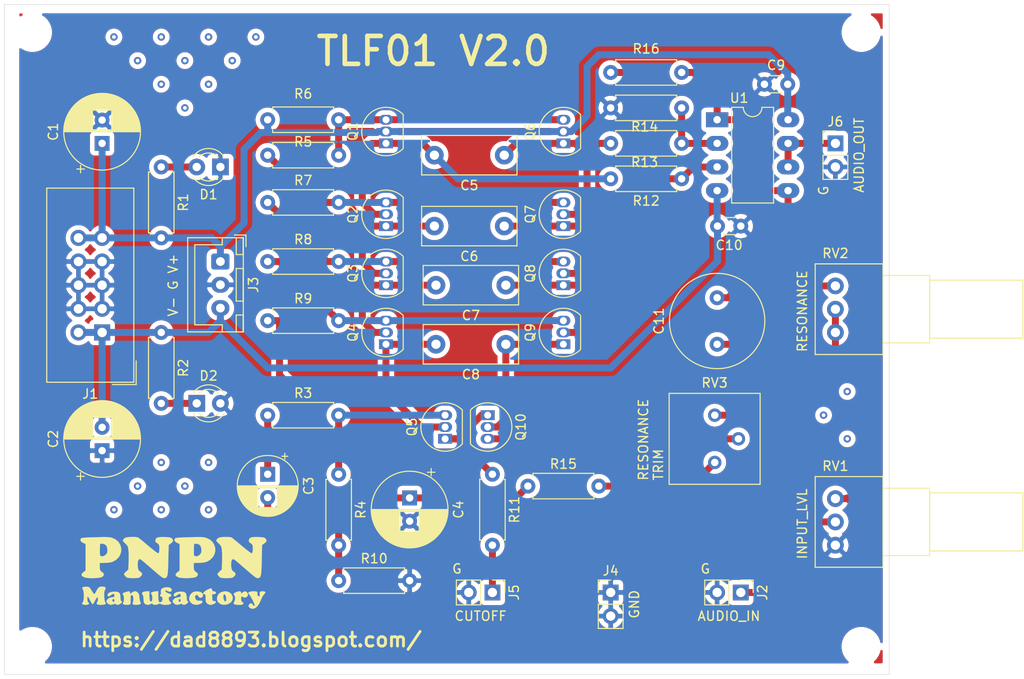
<source format=kicad_pcb>
(kicad_pcb (version 20171130) (host pcbnew "(5.1.4)-1")
  (title_block (date 2020-05-04))
  (layers (0 F.Cu signal) (31 B.Cu signal) (34 B.Paste user) (35 F.Paste user) (36 B.SilkS user) (37 F.SilkS user) (38 B.Mask user) (39 F.Mask user) (44 Edge.Cuts user))
  (net 0 "")
  (net 1 GND)
  (net 2 +12V)
  (net 3 -12V)
  (net 4 "Net-(C3-Pad2)")
  (net 5 "Net-(C3-Pad1)")
  (net 6 "Net-(C4-Pad1)")
  (net 7 "Net-(C5-Pad2)")
  (net 8 "Net-(C5-Pad1)")
  (net 9 "Net-(C6-Pad2)")
  (net 10 "Net-(C6-Pad1)")
  (net 11 "Net-(C7-Pad2)")
  (net 12 "Net-(C7-Pad1)")
  (net 13 "Net-(C8-Pad2)")
  (net 14 "Net-(C8-Pad1)")
  (net 15 "Net-(C11-Pad2)")
  (net 16 "Net-(C11-Pad1)")
  (net 17 "Net-(D1-Pad2)")
  (net 18 "Net-(D2-Pad1)")
  (net 19 "Net-(J5-Pad1)")
  (net 20 "Net-(J6-Pad1)")
  (net 21 "Net-(Q1-Pad3)")
  (net 22 "Net-(Q2-Pad3)")
  (net 23 "Net-(Q3-Pad3)")
  (net 24 "Net-(Q4-Pad3)")
  (net 25 "Net-(Q10-Pad1)")
  (net 26 "Net-(Q5-Pad3)")
  (net 27 "Net-(Q10-Pad3)")
  (net 28 "Net-(R12-Pad1)")
  (net 29 "Net-(R13-Pad2)")
  (net 30 "Net-(R15-Pad2)")
  (net 31 "Net-(J2-Pad1)")
  (net 32 "Net-(RV2-Pad1)")
  (module Connector_JST:JST_XH_B3B-XH-A_1x03_P2.50mm_Vertical (layer F.Cu) (at 123.19 87.63 270)
    (fp_text reference J3 (at 2.5 -3.55 90) (layer F.SilkS))
    (fp_text value EXT_PWR)
    (pad 3 thru_hole oval (at 5 0 270) (size 1.7 1.95) (drill 0.95) (layers *.Cu *.Mask) (net 3 -12V))
    (pad 2 thru_hole oval (at 2.5 0 270) (size 1.7 1.95) (drill 0.95) (layers *.Cu *.Mask) (net 1 GND))
    (pad 1 thru_hole roundrect (at 0 0 270) (size 1.7 1.95) (drill 0.95) (layers *.Cu *.Mask) (roundrect_rratio 0.147059) (net 2 +12V))
  )
  (module myfootprint:Silk_PNPN_Manufactory_400dpi (layer F.Cu) (at 118.11 120.65)
    (fp_text reference G*** hide)
    (fp_text value LOGO hide)
  )
  (module Package_TO_SOT_THT:TO-92_Inline (layer F.Cu) (at 151.892 104.14 270)
    (fp_text reference Q10 (at 1.27 -3.56 90) (layer F.SilkS))
    (fp_text value 2SC1815)
    (pad 1 thru_hole rect (at 0 0 270) (size 1.05 1.5) (drill 0.75) (layers *.Cu *.Mask) (net 25 "Net-(Q10-Pad1)"))
    (pad 3 thru_hole oval (at 2.54 0 270) (size 1.05 1.5) (drill 0.75) (layers *.Cu *.Mask) (net 27 "Net-(Q10-Pad3)"))
    (pad 2 thru_hole oval (at 1.27 0 270) (size 1.05 1.5) (drill 0.75) (layers *.Cu *.Mask) (net 14 "Net-(C8-Pad1)"))
  )
  (module Package_TO_SOT_THT:TO-92_Inline (layer F.Cu) (at 160.02 96.52 90)
    (fp_text reference Q9 (at 1.27 -3.56 90) (layer F.SilkS))
    (fp_text value 2SC1815)
    (pad 1 thru_hole rect (at 0 0 90) (size 1.05 1.5) (drill 0.75) (layers *.Cu *.Mask) (net 14 "Net-(C8-Pad1)"))
    (pad 3 thru_hole oval (at 2.54 0 90) (size 1.05 1.5) (drill 0.75) (layers *.Cu *.Mask) (net 24 "Net-(Q4-Pad3)"))
    (pad 2 thru_hole oval (at 1.27 0 90) (size 1.05 1.5) (drill 0.75) (layers *.Cu *.Mask) (net 12 "Net-(C7-Pad1)"))
  )
  (module Package_TO_SOT_THT:TO-92_Inline (layer F.Cu) (at 160.02 90.17 90)
    (fp_text reference Q8 (at 1.27 -3.56 90) (layer F.SilkS))
    (fp_text value 2SC1815)
    (pad 1 thru_hole rect (at 0 0 90) (size 1.05 1.5) (drill 0.75) (layers *.Cu *.Mask) (net 12 "Net-(C7-Pad1)"))
    (pad 3 thru_hole oval (at 2.54 0 90) (size 1.05 1.5) (drill 0.75) (layers *.Cu *.Mask) (net 23 "Net-(Q3-Pad3)"))
    (pad 2 thru_hole oval (at 1.27 0 90) (size 1.05 1.5) (drill 0.75) (layers *.Cu *.Mask) (net 10 "Net-(C6-Pad1)"))
  )
  (module Package_TO_SOT_THT:TO-92_Inline (layer F.Cu) (at 160.02 83.82 90)
    (fp_text reference Q7 (at 1.27 -3.56 90) (layer F.SilkS))
    (fp_text value 2SC1815)
    (pad 1 thru_hole rect (at 0 0 90) (size 1.05 1.5) (drill 0.75) (layers *.Cu *.Mask) (net 10 "Net-(C6-Pad1)"))
    (pad 3 thru_hole oval (at 2.54 0 90) (size 1.05 1.5) (drill 0.75) (layers *.Cu *.Mask) (net 22 "Net-(Q2-Pad3)"))
    (pad 2 thru_hole oval (at 1.27 0 90) (size 1.05 1.5) (drill 0.75) (layers *.Cu *.Mask) (net 8 "Net-(C5-Pad1)"))
  )
  (module Package_TO_SOT_THT:TO-92_Inline (layer F.Cu) (at 160.02 74.93 90)
    (fp_text reference Q6 (at 1.27 -3.56 90) (layer F.SilkS))
    (fp_text value 2SC1815)
    (pad 1 thru_hole rect (at 0 0 90) (size 1.05 1.5) (drill 0.75) (layers *.Cu *.Mask) (net 8 "Net-(C5-Pad1)"))
    (pad 3 thru_hole oval (at 2.54 0 90) (size 1.05 1.5) (drill 0.75) (layers *.Cu *.Mask) (net 21 "Net-(Q1-Pad3)"))
    (pad 2 thru_hole oval (at 1.27 0 90) (size 1.05 1.5) (drill 0.75) (layers *.Cu *.Mask) (net 2 +12V))
  )
  (module Package_TO_SOT_THT:TO-92_Inline (layer F.Cu) (at 147.32 106.68 90)
    (fp_text reference Q5 (at 1.27 -3.56 90) (layer F.SilkS))
    (fp_text value 2SC1815)
    (pad 1 thru_hole rect (at 0 0 90) (size 1.05 1.5) (drill 0.75) (layers *.Cu *.Mask) (net 25 "Net-(Q10-Pad1)"))
    (pad 3 thru_hole oval (at 2.54 0 90) (size 1.05 1.5) (drill 0.75) (layers *.Cu *.Mask) (net 26 "Net-(Q5-Pad3)"))
    (pad 2 thru_hole oval (at 1.27 0 90) (size 1.05 1.5) (drill 0.75) (layers *.Cu *.Mask) (net 13 "Net-(C8-Pad2)"))
  )
  (module Package_TO_SOT_THT:TO-92_Inline (layer F.Cu) (at 140.97 96.52 90)
    (fp_text reference Q4 (at 1.27 -3.56 90) (layer F.SilkS))
    (fp_text value 2SC1815)
    (pad 1 thru_hole rect (at 0 0 90) (size 1.05 1.5) (drill 0.75) (layers *.Cu *.Mask) (net 13 "Net-(C8-Pad2)"))
    (pad 3 thru_hole oval (at 2.54 0 90) (size 1.05 1.5) (drill 0.75) (layers *.Cu *.Mask) (net 24 "Net-(Q4-Pad3)"))
    (pad 2 thru_hole oval (at 1.27 0 90) (size 1.05 1.5) (drill 0.75) (layers *.Cu *.Mask) (net 11 "Net-(C7-Pad2)"))
  )
  (module Package_TO_SOT_THT:TO-92_Inline (layer F.Cu) (at 140.97 90.17 90)
    (fp_text reference Q3 (at 1.27 -3.56 90) (layer F.SilkS))
    (fp_text value 2SC1815)
    (pad 1 thru_hole rect (at 0 0 90) (size 1.05 1.5) (drill 0.75) (layers *.Cu *.Mask) (net 11 "Net-(C7-Pad2)"))
    (pad 3 thru_hole oval (at 2.54 0 90) (size 1.05 1.5) (drill 0.75) (layers *.Cu *.Mask) (net 23 "Net-(Q3-Pad3)"))
    (pad 2 thru_hole oval (at 1.27 0 90) (size 1.05 1.5) (drill 0.75) (layers *.Cu *.Mask) (net 9 "Net-(C6-Pad2)"))
  )
  (module Package_TO_SOT_THT:TO-92_Inline (layer F.Cu) (at 140.97 83.82 90)
    (fp_text reference Q2 (at 1.27 -3.56 90) (layer F.SilkS))
    (fp_text value 2SC1815)
    (pad 1 thru_hole rect (at 0 0 90) (size 1.05 1.5) (drill 0.75) (layers *.Cu *.Mask) (net 9 "Net-(C6-Pad2)"))
    (pad 3 thru_hole oval (at 2.54 0 90) (size 1.05 1.5) (drill 0.75) (layers *.Cu *.Mask) (net 22 "Net-(Q2-Pad3)"))
    (pad 2 thru_hole oval (at 1.27 0 90) (size 1.05 1.5) (drill 0.75) (layers *.Cu *.Mask) (net 7 "Net-(C5-Pad2)"))
  )
  (module Package_TO_SOT_THT:TO-92_Inline (layer F.Cu) (at 140.97 74.93 90)
    (fp_text reference Q1 (at 1.27 -3.56 90) (layer F.SilkS))
    (fp_text value 2SC1815)
    (pad 1 thru_hole rect (at 0 0 90) (size 1.05 1.5) (drill 0.75) (layers *.Cu *.Mask) (net 7 "Net-(C5-Pad2)"))
    (pad 3 thru_hole oval (at 2.54 0 90) (size 1.05 1.5) (drill 0.75) (layers *.Cu *.Mask) (net 21 "Net-(Q1-Pad3)"))
    (pad 2 thru_hole oval (at 1.27 0 90) (size 1.05 1.5) (drill 0.75) (layers *.Cu *.Mask) (net 2 +12V))
  )
  (module Potentiometer_THT:Potentiometer_Alps_RK097_Single_Horizontal (layer F.Cu) (at 189.23 118.11)
    (fp_text reference RV1 (at 0 -8.5) (layer F.SilkS))
    (fp_text value 10k/A)
    (pad 1 thru_hole circle (at 0 0) (size 1.8 1.8) (drill 1) (layers *.Cu *.Mask) (net 1 GND))
    (pad 2 thru_hole circle (at 0 -2.5) (size 1.8 1.8) (drill 1) (layers *.Cu *.Mask) (net 4 "Net-(C3-Pad2)"))
    (pad 3 thru_hole circle (at 0 -5) (size 1.8 1.8) (drill 1) (layers *.Cu *.Mask) (net 31 "Net-(J2-Pad1)"))
  )
  (module Resistor_THT:R_Axial_DIN0207_L6.3mm_D2.5mm_P7.62mm_Horizontal (layer F.Cu) (at 135.89 72.39 180)
    (fp_text reference R5 (at 3.81 -2.37) (layer F.SilkS))
    (fp_text value 220)
    (pad 1 thru_hole circle (at 0 0 180) (size 1.6 1.6) (drill 0.8) (layers *.Cu *.Mask) (net 21 "Net-(Q1-Pad3)"))
    (pad 2 thru_hole oval (at 7.62 0 180) (size 1.6 1.6) (drill 0.8) (layers *.Cu *.Mask) (net 2 +12V))
  )
  (module MountingHole:MountingHole_3.2mm_M3 (layer F.Cu) (at 192 63)
    (fp_text reference H4)
    (fp_text value MountingHole)
    (pad 1 np_thru_hole circle (at 0 0) (size 3.2 3.2) (drill 3.2) (layers *.Cu *.Mask))
  )
  (module MountingHole:MountingHole_3.2mm_M3 (layer F.Cu) (at 192 129)
    (fp_text reference H3)
    (fp_text value MountingHole)
    (pad 1 np_thru_hole circle (at 0 0) (size 3.2 3.2) (drill 3.2) (layers *.Cu *.Mask))
  )
  (module MountingHole:MountingHole_3.2mm_M3 (layer F.Cu) (at 103 129)
    (fp_text reference H2 hide)
    (fp_text value MountingHole)
    (pad 1 np_thru_hole circle (at 0 0) (size 3.2 3.2) (drill 3.2) (layers *.Cu *.Mask))
  )
  (module MountingHole:MountingHole_3.2mm_M3 (layer F.Cu) (at 103 63)
    (fp_text reference H1 hide)
    (fp_text value MountingHole)
    (pad 1 np_thru_hole circle (at 0 0) (size 3.2 3.2) (drill 3.2) (layers *.Cu *.Mask))
  )
  (module Capacitor_THT:C_Radial_D10.0mm_H12.5mm_P5.00mm (layer F.Cu) (at 176.53 96.52 90)
    (fp_text reference C11 (at 2.5 -6.25 90) (layer F.SilkS))
    (fp_text value 10u)
    (pad 1 thru_hole circle (at 0 0 90) (size 1.6 1.6) (drill 0.8) (layers *.Cu *.Mask) (net 16 "Net-(C11-Pad1)"))
    (pad 2 thru_hole circle (at 5 0 90) (size 1.6 1.6) (drill 0.8) (layers *.Cu *.Mask) (net 15 "Net-(C11-Pad2)"))
  )
  (module Package_DIP:DIP-8_W7.62mm_LongPads (layer F.Cu) (at 176.53 72.39)
    (fp_text reference U1 (at 2.37 -2.33) (layer F.SilkS))
    (fp_text value TL072)
    (pad 1 thru_hole rect (at 0 0) (size 2.4 1.6) (drill 0.8) (layers *.Cu *.Mask) (net 15 "Net-(C11-Pad2)"))
    (pad 5 thru_hole oval (at 7.62 7.62) (size 2.4 1.6) (drill 0.8) (layers *.Cu *.Mask) (net 15 "Net-(C11-Pad2)"))
    (pad 2 thru_hole oval (at 0 2.54) (size 2.4 1.6) (drill 0.8) (layers *.Cu *.Mask) (net 29 "Net-(R13-Pad2)"))
    (pad 6 thru_hole oval (at 7.62 5.08) (size 2.4 1.6) (drill 0.8) (layers *.Cu *.Mask) (net 20 "Net-(J6-Pad1)"))
    (pad 3 thru_hole oval (at 0 5.08) (size 2.4 1.6) (drill 0.8) (layers *.Cu *.Mask) (net 28 "Net-(R12-Pad1)"))
    (pad 7 thru_hole oval (at 7.62 2.54) (size 2.4 1.6) (drill 0.8) (layers *.Cu *.Mask) (net 20 "Net-(J6-Pad1)"))
    (pad 4 thru_hole oval (at 0 7.62) (size 2.4 1.6) (drill 0.8) (layers *.Cu *.Mask) (net 3 -12V))
    (pad 8 thru_hole oval (at 7.62 0) (size 2.4 1.6) (drill 0.8) (layers *.Cu *.Mask) (net 2 +12V))
  )
  (module Potentiometer_THT:Potentiometer_Bourns_3386P_Vertical (layer F.Cu) (at 176.276 109.22)
    (fp_text reference RV3 (at -0.015 -8.555) (layer F.SilkS))
    (fp_text value 1k)
    (pad 3 thru_hole circle (at 0 -5.08) (size 1.44 1.44) (drill 0.8) (layers *.Cu *.Mask) (net 32 "Net-(RV2-Pad1)"))
    (pad 2 thru_hole circle (at 2.54 -2.54) (size 1.44 1.44) (drill 0.8) (layers *.Cu *.Mask) (net 27 "Net-(Q10-Pad3)"))
    (pad 1 thru_hole circle (at 0 0) (size 1.44 1.44) (drill 0.8) (layers *.Cu *.Mask) (net 30 "Net-(R15-Pad2)"))
  )
  (module Potentiometer_THT:Potentiometer_Alps_RK097_Single_Horizontal (layer F.Cu) (at 189.23 95.25)
    (fp_text reference RV2 (at 0 -8.5) (layer F.SilkS))
    (fp_text value 50k/B)
    (pad 1 thru_hole circle (at 0 0) (size 1.8 1.8) (drill 1) (layers *.Cu *.Mask) (net 32 "Net-(RV2-Pad1)"))
    (pad 2 thru_hole circle (at 0 -2.5) (size 1.8 1.8) (drill 1) (layers *.Cu *.Mask) (net 32 "Net-(RV2-Pad1)"))
    (pad 3 thru_hole circle (at 0 -5) (size 1.8 1.8) (drill 1) (layers *.Cu *.Mask) (net 16 "Net-(C11-Pad1)"))
  )
  (module Resistor_THT:R_Axial_DIN0207_L6.3mm_D2.5mm_P7.62mm_Horizontal (layer F.Cu) (at 172.72 67.31 180)
    (fp_text reference R16 (at 3.81 2.54) (layer F.SilkS))
    (fp_text value 100k)
    (pad 1 thru_hole circle (at 0 0 180) (size 1.6 1.6) (drill 0.8) (layers *.Cu *.Mask) (net 15 "Net-(C11-Pad2)"))
    (pad 2 thru_hole oval (at 7.62 0 180) (size 1.6 1.6) (drill 0.8) (layers *.Cu *.Mask) (net 28 "Net-(R12-Pad1)"))
  )
  (module Resistor_THT:R_Axial_DIN0207_L6.3mm_D2.5mm_P7.62mm_Horizontal (layer F.Cu) (at 156.21 111.76)
    (fp_text reference R15 (at 3.81 -2.37) (layer F.SilkS))
    (fp_text value 330)
    (pad 1 thru_hole circle (at 0 0) (size 1.6 1.6) (drill 0.8) (layers *.Cu *.Mask) (net 6 "Net-(C4-Pad1)"))
    (pad 2 thru_hole oval (at 7.62 0) (size 1.6 1.6) (drill 0.8) (layers *.Cu *.Mask) (net 30 "Net-(R15-Pad2)"))
  )
  (module Resistor_THT:R_Axial_DIN0207_L6.3mm_D2.5mm_P7.62mm_Horizontal (layer F.Cu) (at 165.1 71.12)
    (fp_text reference R14 (at 3.64 2.032) (layer F.SilkS))
    (fp_text value 100k)
    (pad 1 thru_hole circle (at 0 0) (size 1.6 1.6) (drill 0.8) (layers *.Cu *.Mask) (net 1 GND))
    (pad 2 thru_hole oval (at 7.62 0) (size 1.6 1.6) (drill 0.8) (layers *.Cu *.Mask) (net 29 "Net-(R13-Pad2)"))
  )
  (module Resistor_THT:R_Axial_DIN0207_L6.3mm_D2.5mm_P7.62mm_Horizontal (layer F.Cu) (at 165.1 74.93)
    (fp_text reference R13 (at 3.64 2.032) (layer F.SilkS))
    (fp_text value "1k(C&T)")
    (pad 1 thru_hole circle (at 0 0) (size 1.6 1.6) (drill 0.8) (layers *.Cu *.Mask) (net 8 "Net-(C5-Pad1)"))
    (pad 2 thru_hole oval (at 7.62 0) (size 1.6 1.6) (drill 0.8) (layers *.Cu *.Mask) (net 29 "Net-(R13-Pad2)"))
  )
  (module Resistor_THT:R_Axial_DIN0207_L6.3mm_D2.5mm_P7.62mm_Horizontal (layer F.Cu) (at 172.72 78.74 180)
    (fp_text reference R12 (at 3.81 -2.37) (layer F.SilkS))
    (fp_text value "1k(C&T)")
    (pad 1 thru_hole circle (at 0 0 180) (size 1.6 1.6) (drill 0.8) (layers *.Cu *.Mask) (net 28 "Net-(R12-Pad1)"))
    (pad 2 thru_hole oval (at 7.62 0 180) (size 1.6 1.6) (drill 0.8) (layers *.Cu *.Mask) (net 7 "Net-(C5-Pad2)"))
  )
  (module Resistor_THT:R_Axial_DIN0207_L6.3mm_D2.5mm_P7.62mm_Horizontal (layer F.Cu) (at 152.4 110.49 270)
    (fp_text reference R11 (at 3.81 -2.37 90) (layer F.SilkS))
    (fp_text value 0)
    (pad 1 thru_hole circle (at 0 0 270) (size 1.6 1.6) (drill 0.8) (layers *.Cu *.Mask) (net 25 "Net-(Q10-Pad1)"))
    (pad 2 thru_hole oval (at 7.62 0 270) (size 1.6 1.6) (drill 0.8) (layers *.Cu *.Mask) (net 19 "Net-(J5-Pad1)"))
  )
  (module Resistor_THT:R_Axial_DIN0207_L6.3mm_D2.5mm_P7.62mm_Horizontal (layer F.Cu) (at 135.89 121.92)
    (fp_text reference R10 (at 3.81 -2.37) (layer F.SilkS))
    (fp_text value 200)
    (pad 1 thru_hole circle (at 0 0) (size 1.6 1.6) (drill 0.8) (layers *.Cu *.Mask) (net 6 "Net-(C4-Pad1)"))
    (pad 2 thru_hole oval (at 7.62 0) (size 1.6 1.6) (drill 0.8) (layers *.Cu *.Mask) (net 1 GND))
  )
  (module Resistor_THT:R_Axial_DIN0207_L6.3mm_D2.5mm_P7.62mm_Horizontal (layer F.Cu) (at 128.27 93.98)
    (fp_text reference R9 (at 3.81 -2.37) (layer F.SilkS))
    (fp_text value 150)
    (pad 1 thru_hole circle (at 0 0) (size 1.6 1.6) (drill 0.8) (layers *.Cu *.Mask) (net 6 "Net-(C4-Pad1)"))
    (pad 2 thru_hole oval (at 7.62 0) (size 1.6 1.6) (drill 0.8) (layers *.Cu *.Mask) (net 24 "Net-(Q4-Pad3)"))
  )
  (module Resistor_THT:R_Axial_DIN0207_L6.3mm_D2.5mm_P7.62mm_Horizontal (layer F.Cu) (at 128.27 87.63)
    (fp_text reference R8 (at 3.81 -2.37) (layer F.SilkS))
    (fp_text value 150)
    (pad 1 thru_hole circle (at 0 0) (size 1.6 1.6) (drill 0.8) (layers *.Cu *.Mask) (net 24 "Net-(Q4-Pad3)"))
    (pad 2 thru_hole oval (at 7.62 0) (size 1.6 1.6) (drill 0.8) (layers *.Cu *.Mask) (net 23 "Net-(Q3-Pad3)"))
  )
  (module Resistor_THT:R_Axial_DIN0207_L6.3mm_D2.5mm_P7.62mm_Horizontal (layer F.Cu) (at 128.27 81.28)
    (fp_text reference R7 (at 3.81 -2.37) (layer F.SilkS))
    (fp_text value 150)
    (pad 1 thru_hole circle (at 0 0) (size 1.6 1.6) (drill 0.8) (layers *.Cu *.Mask) (net 23 "Net-(Q3-Pad3)"))
    (pad 2 thru_hole oval (at 7.62 0) (size 1.6 1.6) (drill 0.8) (layers *.Cu *.Mask) (net 22 "Net-(Q2-Pad3)"))
  )
  (module Resistor_THT:R_Axial_DIN0207_L6.3mm_D2.5mm_P7.62mm_Horizontal (layer F.Cu) (at 128.27 76.2)
    (fp_text reference R6 (at 3.81 -6.59) (layer F.SilkS))
    (fp_text value 150)
    (pad 1 thru_hole circle (at 0 0) (size 1.6 1.6) (drill 0.8) (layers *.Cu *.Mask) (net 22 "Net-(Q2-Pad3)"))
    (pad 2 thru_hole oval (at 7.62 0) (size 1.6 1.6) (drill 0.8) (layers *.Cu *.Mask) (net 21 "Net-(Q1-Pad3)"))
  )
  (module Resistor_THT:R_Axial_DIN0207_L6.3mm_D2.5mm_P7.62mm_Horizontal (layer F.Cu) (at 135.89 110.49 270)
    (fp_text reference R4 (at 3.81 -2.37 90) (layer F.SilkS))
    (fp_text value 1k)
    (pad 1 thru_hole circle (at 0 0 270) (size 1.6 1.6) (drill 0.8) (layers *.Cu *.Mask) (net 26 "Net-(Q5-Pad3)"))
    (pad 2 thru_hole oval (at 7.62 0 270) (size 1.6 1.6) (drill 0.8) (layers *.Cu *.Mask) (net 6 "Net-(C4-Pad1)"))
  )
  (module Resistor_THT:R_Axial_DIN0207_L6.3mm_D2.5mm_P7.62mm_Horizontal (layer F.Cu) (at 128.27 104.14)
    (fp_text reference R3 (at 3.81 -2.37) (layer F.SilkS))
    (fp_text value "1k(C&T)")
    (pad 1 thru_hole circle (at 0 0) (size 1.6 1.6) (drill 0.8) (layers *.Cu *.Mask) (net 5 "Net-(C3-Pad1)"))
    (pad 2 thru_hole oval (at 7.62 0) (size 1.6 1.6) (drill 0.8) (layers *.Cu *.Mask) (net 26 "Net-(Q5-Pad3)"))
  )
  (module Resistor_THT:R_Axial_DIN0207_L6.3mm_D2.5mm_P7.62mm_Horizontal (layer F.Cu) (at 116.84 95.25 270)
    (fp_text reference R2 (at 3.81 -2.37 90) (layer F.SilkS))
    (fp_text value 4.7k)
    (pad 1 thru_hole circle (at 0 0 270) (size 1.6 1.6) (drill 0.8) (layers *.Cu *.Mask) (net 3 -12V))
    (pad 2 thru_hole oval (at 7.62 0 270) (size 1.6 1.6) (drill 0.8) (layers *.Cu *.Mask) (net 18 "Net-(D2-Pad1)"))
  )
  (module Resistor_THT:R_Axial_DIN0207_L6.3mm_D2.5mm_P7.62mm_Horizontal (layer F.Cu) (at 116.84 77.47 270)
    (fp_text reference R1 (at 3.81 -2.37 90) (layer F.SilkS))
    (fp_text value 4.7k)
    (pad 1 thru_hole circle (at 0 0 270) (size 1.6 1.6) (drill 0.8) (layers *.Cu *.Mask) (net 17 "Net-(D1-Pad2)"))
    (pad 2 thru_hole oval (at 7.62 0 270) (size 1.6 1.6) (drill 0.8) (layers *.Cu *.Mask) (net 2 +12V))
  )
  (module Connector_PinHeader_2.54mm:PinHeader_1x02_P2.54mm_Vertical (layer F.Cu) (at 189.23 74.93)
    (fp_text reference J6 (at 0 -2.33) (layer F.SilkS))
    (fp_text value WAVE_OUT)
    (pad 1 thru_hole rect (at 0 0) (size 1.7 1.7) (drill 1) (layers *.Cu *.Mask) (net 20 "Net-(J6-Pad1)"))
    (pad 2 thru_hole oval (at 0 2.54) (size 1.7 1.7) (drill 1) (layers *.Cu *.Mask) (net 1 GND))
  )
  (module Connector_PinHeader_2.54mm:PinHeader_1x02_P2.54mm_Vertical (layer F.Cu) (at 152.4 123.19 270)
    (fp_text reference J5 (at 0 -2.33 90) (layer F.SilkS))
    (fp_text value CUTOFF)
    (pad 1 thru_hole rect (at 0 0 270) (size 1.7 1.7) (drill 1) (layers *.Cu *.Mask) (net 19 "Net-(J5-Pad1)"))
    (pad 2 thru_hole oval (at 0 2.54 270) (size 1.7 1.7) (drill 1) (layers *.Cu *.Mask) (net 1 GND))
  )
  (module Connector_PinHeader_2.54mm:PinHeader_1x02_P2.54mm_Vertical (layer F.Cu) (at 165.1 123.19)
    (fp_text reference J4 (at 0 -2.33) (layer F.SilkS))
    (fp_text value TP_GND)
    (pad 1 thru_hole rect (at 0 0) (size 1.7 1.7) (drill 1) (layers *.Cu *.Mask) (net 1 GND))
    (pad 2 thru_hole oval (at 0 2.54) (size 1.7 1.7) (drill 1) (layers *.Cu *.Mask) (net 1 GND))
  )
  (module Connector_PinHeader_2.54mm:PinHeader_1x02_P2.54mm_Vertical (layer F.Cu) (at 179.07 123.19 270)
    (fp_text reference J2 (at 0 -2.33 90) (layer F.SilkS))
    (fp_text value WAVE_IN)
    (pad 1 thru_hole rect (at 0 0 270) (size 1.7 1.7) (drill 1) (layers *.Cu *.Mask) (net 31 "Net-(J2-Pad1)"))
    (pad 2 thru_hole oval (at 0 2.54 270) (size 1.7 1.7) (drill 1) (layers *.Cu *.Mask) (net 1 GND))
  )
  (module Connector_IDC:IDC-Header_2x05_P2.54mm_Vertical (layer F.Cu) (at 110.49 95.25 180)
    (fp_text reference J1 (at 1.27 -6.604) (layer F.SilkS))
    (fp_text value ERK_PWR)
    (pad 1 thru_hole rect (at 0 0 180) (size 1.7272 1.7272) (drill 1.016) (layers *.Cu *.Mask) (net 3 -12V))
    (pad 2 thru_hole oval (at 2.54 0 180) (size 1.7272 1.7272) (drill 1.016) (layers *.Cu *.Mask) (net 3 -12V))
    (pad 3 thru_hole oval (at 0 2.54 180) (size 1.7272 1.7272) (drill 1.016) (layers *.Cu *.Mask) (net 1 GND))
    (pad 4 thru_hole oval (at 2.54 2.54 180) (size 1.7272 1.7272) (drill 1.016) (layers *.Cu *.Mask) (net 1 GND))
    (pad 5 thru_hole oval (at 0 5.08 180) (size 1.7272 1.7272) (drill 1.016) (layers *.Cu *.Mask) (net 1 GND))
    (pad 6 thru_hole oval (at 2.54 5.08 180) (size 1.7272 1.7272) (drill 1.016) (layers *.Cu *.Mask) (net 1 GND))
    (pad 7 thru_hole oval (at 0 7.62 180) (size 1.7272 1.7272) (drill 1.016) (layers *.Cu *.Mask) (net 1 GND))
    (pad 8 thru_hole oval (at 2.54 7.62 180) (size 1.7272 1.7272) (drill 1.016) (layers *.Cu *.Mask) (net 1 GND))
    (pad 9 thru_hole oval (at 0 10.16 180) (size 1.7272 1.7272) (drill 1.016) (layers *.Cu *.Mask) (net 2 +12V))
    (pad 10 thru_hole oval (at 2.54 10.16 180) (size 1.7272 1.7272) (drill 1.016) (layers *.Cu *.Mask) (net 2 +12V))
  )
  (module LED_THT:LED_D3.0mm (layer F.Cu) (at 120.65 102.87)
    (fp_text reference D2 (at 1.27 -2.96) (layer F.SilkS))
    (fp_text value BLUE)
    (pad 1 thru_hole rect (at 0 0) (size 1.8 1.8) (drill 0.9) (layers *.Cu *.Mask) (net 18 "Net-(D2-Pad1)"))
    (pad 2 thru_hole circle (at 2.54 0) (size 1.8 1.8) (drill 0.9) (layers *.Cu *.Mask) (net 1 GND))
  )
  (module LED_THT:LED_D3.0mm (layer F.Cu) (at 123.19 77.47 180)
    (fp_text reference D1 (at 1.27 -2.96) (layer F.SilkS))
    (fp_text value RED)
    (pad 1 thru_hole rect (at 0 0 180) (size 1.8 1.8) (drill 0.9) (layers *.Cu *.Mask) (net 1 GND))
    (pad 2 thru_hole circle (at 2.54 0 180) (size 1.8 1.8) (drill 0.9) (layers *.Cu *.Mask) (net 17 "Net-(D1-Pad2)"))
  )
  (module Capacitor_THT:C_Disc_D3.0mm_W1.6mm_P2.50mm (layer F.Cu) (at 179.07 83.82 180)
    (fp_text reference C10 (at 1.25 -2.05) (layer F.SilkS))
    (fp_text value 0.1u)
    (pad 1 thru_hole circle (at 0 0 180) (size 1.6 1.6) (drill 0.8) (layers *.Cu *.Mask) (net 1 GND))
    (pad 2 thru_hole circle (at 2.5 0 180) (size 1.6 1.6) (drill 0.8) (layers *.Cu *.Mask) (net 3 -12V))
  )
  (module Capacitor_THT:C_Disc_D3.0mm_W1.6mm_P2.50mm (layer F.Cu) (at 181.61 68.58)
    (fp_text reference C9 (at 1.25 -2.05) (layer F.SilkS))
    (fp_text value 0.1u)
    (pad 1 thru_hole circle (at 0 0) (size 1.6 1.6) (drill 0.8) (layers *.Cu *.Mask) (net 1 GND))
    (pad 2 thru_hole circle (at 2.5 0) (size 1.6 1.6) (drill 0.8) (layers *.Cu *.Mask) (net 2 +12V))
  )
  (module Capacitor_THT:C_Rect_L10.0mm_W4.0mm_P7.50mm_MKS4 (layer F.Cu) (at 153.84 96.52 180)
    (fp_text reference C8 (at 3.75 -3.25) (layer F.SilkS))
    (fp_text value 0.068u)
    (pad 1 thru_hole circle (at 0 0 180) (size 2 2) (drill 1) (layers *.Cu *.Mask) (net 14 "Net-(C8-Pad1)"))
    (pad 2 thru_hole circle (at 7.5 0 180) (size 2 2) (drill 1) (layers *.Cu *.Mask) (net 13 "Net-(C8-Pad2)"))
  )
  (module Capacitor_THT:C_Rect_L10.0mm_W4.0mm_P7.50mm_MKS4 (layer F.Cu) (at 153.84 90.17 180)
    (fp_text reference C7 (at 3.75 -3.25) (layer F.SilkS))
    (fp_text value 0.068u)
    (pad 1 thru_hole circle (at 0 0 180) (size 2 2) (drill 1) (layers *.Cu *.Mask) (net 12 "Net-(C7-Pad1)"))
    (pad 2 thru_hole circle (at 7.5 0 180) (size 2 2) (drill 1) (layers *.Cu *.Mask) (net 11 "Net-(C7-Pad2)"))
  )
  (module Capacitor_THT:C_Rect_L10.0mm_W4.0mm_P7.50mm_MKS4 (layer F.Cu) (at 153.67 83.82 180)
    (fp_text reference C6 (at 3.75 -3.25) (layer F.SilkS))
    (fp_text value 0.068u)
    (pad 1 thru_hole circle (at 0 0 180) (size 2 2) (drill 1) (layers *.Cu *.Mask) (net 10 "Net-(C6-Pad1)"))
    (pad 2 thru_hole circle (at 7.5 0 180) (size 2 2) (drill 1) (layers *.Cu *.Mask) (net 9 "Net-(C6-Pad2)"))
  )
  (module Capacitor_THT:C_Rect_L10.0mm_W4.0mm_P7.50mm_MKS4 (layer F.Cu) (at 153.67 76.2 180)
    (fp_text reference C5 (at 3.75 -3.25) (layer F.SilkS))
    (fp_text value 0.068u)
    (pad 1 thru_hole circle (at 0 0 180) (size 2 2) (drill 1) (layers *.Cu *.Mask) (net 8 "Net-(C5-Pad1)"))
    (pad 2 thru_hole circle (at 7.5 0 180) (size 2 2) (drill 1) (layers *.Cu *.Mask) (net 7 "Net-(C5-Pad2)"))
  )
  (module Capacitor_THT:CP_Radial_D8.0mm_P2.50mm (layer F.Cu) (at 143.51 113.03 270)
    (fp_text reference C4 (at 1.25 -5.25 90) (layer F.SilkS))
    (fp_text value 220u)
    (pad 1 thru_hole rect (at 0 0 270) (size 1.6 1.6) (drill 0.8) (layers *.Cu *.Mask) (net 6 "Net-(C4-Pad1)"))
    (pad 2 thru_hole circle (at 2.5 0 270) (size 1.6 1.6) (drill 0.8) (layers *.Cu *.Mask) (net 1 GND))
  )
  (module Capacitor_THT:CP_Radial_D6.3mm_P2.50mm (layer F.Cu) (at 128.27 110.49 270)
    (fp_text reference C3 (at 1.25 -4.4 90) (layer F.SilkS))
    (fp_text value 10u)
    (pad 1 thru_hole rect (at 0 0 270) (size 1.6 1.6) (drill 0.8) (layers *.Cu *.Mask) (net 5 "Net-(C3-Pad1)"))
    (pad 2 thru_hole circle (at 2.5 0 270) (size 1.6 1.6) (drill 0.8) (layers *.Cu *.Mask) (net 4 "Net-(C3-Pad2)"))
  )
  (module Capacitor_THT:CP_Radial_D8.0mm_P2.50mm (layer F.Cu) (at 110.49 107.95 90)
    (fp_text reference C2 (at 1.25 -5.25 90) (layer F.SilkS))
    (fp_text value 100u)
    (pad 1 thru_hole rect (at 0 0 90) (size 1.6 1.6) (drill 0.8) (layers *.Cu *.Mask) (net 1 GND))
    (pad 2 thru_hole circle (at 2.5 0 90) (size 1.6 1.6) (drill 0.8) (layers *.Cu *.Mask) (net 3 -12V))
  )
  (module Capacitor_THT:CP_Radial_D8.0mm_P2.50mm (layer F.Cu) (at 110.49 74.93 90)
    (fp_text reference C1 (at 1.25 -5.25 90) (layer F.SilkS))
    (fp_text value 100u)
    (pad 1 thru_hole rect (at 0 0 90) (size 1.6 1.6) (drill 0.8) (layers *.Cu *.Mask) (net 2 +12V))
    (pad 2 thru_hole circle (at 2.5 0 90) (size 1.6 1.6) (drill 0.8) (layers *.Cu *.Mask) (net 1 GND))
  )
  (gr_text INPUT_LVL (at 185.674 115.824 90) (layer F.SilkS) (effects (font (size 1 1))))
  (gr_text RESONANCE (at 185.674 92.964 90) (layer F.SilkS) (effects (font (size 1 1))))
  (gr_text "RESONANCE\nTRIM" (at 169.418 111.252 90) (layer F.SilkS) (effects (font (size 1 1)) (justify left)))
  (gr_text G (at 187.96 80.01 90) (layer F.SilkS) (effects (font (size 1 1))))
  (gr_text AUDIO_OUT (at 191.77 76.2 90) (layer F.SilkS) (effects (font (size 1 1))))
  (gr_text "V- G V+" (at 118.11 90.17 90) (layer F.SilkS) (effects (font (size 1 1))))
  (gr_text G (at 175.26 120.65) (layer F.SilkS) (effects (font (size 1 1))))
  (gr_text G (at 148.59 120.65) (layer F.SilkS) (effects (font (size 1 1))))
  (gr_text CUTOFF (at 151.13 125.73) (layer F.SilkS) (effects (font (size 1 1))))
  (gr_text AUDIO_IN (at 177.8 125.73) (layer F.SilkS) (effects (font (size 1 1))))
  (gr_text GND (at 167.64 124.46 90) (layer F.SilkS) (effects (font (size 1 1))))
  (gr_text "TLF01 V2.0" (at 146.05 65.024) (layer F.SilkS) (effects (font (size 3 3) (thickness 0.5))))
  (gr_text https://dad8893.blogspot.com/ (at 126.492 128.27) (layer F.SilkS) (effects (font (size 1.5 1.5) (thickness 0.3))))
  (gr_line (start 195 132) (end 100 132) (layer Edge.Cuts) (width 0.05))
  (gr_line (start 195 60) (end 195 132) (layer Edge.Cuts) (width 0.05))
  (gr_line (start 100 60) (end 195 60) (layer Edge.Cuts) (width 0.05))
  (gr_line (start 100 132) (end 100 60) (layer Edge.Cuts) (width 0.05))
  (via (at 111.76 114.3) (size 0.8) (drill 0.4) (layers F.Cu B.Cu) (net 0))
  (via (at 116.84 114.3) (size 0.8) (drill 0.4) (layers F.Cu B.Cu) (net 0))
  (via (at 116.84 63.5) (size 0.8) (drill 0.4) (layers F.Cu B.Cu) (net 0))
  (via (at 121.92 63.5) (size 0.8) (drill 0.4) (layers F.Cu B.Cu) (net 0))
  (via (at 127 63.5) (size 0.8) (drill 0.4) (layers F.Cu B.Cu) (net 0))
  (via (at 116.84 68.58) (size 0.8) (drill 0.4) (layers F.Cu B.Cu) (net 0))
  (via (at 121.92 68.58) (size 0.8) (drill 0.4) (layers F.Cu B.Cu) (net 0))
  (via (at 119.38 71.12) (size 0.8) (drill 0.4) (layers F.Cu B.Cu) (net 0))
  (via (at 119.38 66.04) (size 0.8) (drill 0.4) (layers F.Cu B.Cu) (net 0))
  (via (at 124.46 66.04) (size 0.8) (drill 0.4) (layers F.Cu B.Cu) (net 0))
  (via (at 114.3 66.04) (size 0.8) (drill 0.4) (layers F.Cu B.Cu) (net 0))
  (via (at 111.76 63.5) (size 0.8) (drill 0.4) (layers F.Cu B.Cu) (net 0))
  (via (at 190.5 101.6) (size 0.8) (drill 0.4) (layers F.Cu B.Cu) (net 0))
  (via (at 190.5 106.68) (size 0.8) (drill 0.4) (layers F.Cu B.Cu) (net 0))
  (via (at 187.96 104.14) (size 0.8) (drill 0.4) (layers F.Cu B.Cu) (net 0))
  (via (at 114.3 111.76) (size 0.8) (drill 0.4) (layers F.Cu B.Cu) (net 0))
  (via (at 116.84 109.22) (size 0.8) (drill 0.4) (layers F.Cu B.Cu) (net 0))
  (via (at 119.38 111.76) (size 0.8) (drill 0.4) (layers F.Cu B.Cu) (net 0))
  (via (at 121.92 114.3) (size 0.8) (drill 0.4) (layers F.Cu B.Cu) (net 0))
  (via (at 121.92 109.22) (size 0.8) (drill 0.4) (layers F.Cu B.Cu) (net 0))
  (segment (start 184.11 72.35) (end 184.15 72.39) (width 0.75) (layer F.Cu) (net 2))
  (segment (start 184.11 68.58) (end 184.11 72.35) (width 0.75) (layer B.Cu) (net 2))
  (segment (start 160.02 73.66) (end 140.97 73.66) (width 0.75) (layer B.Cu) (net 2))
  (segment (start 140.12 73.66) (end 140.97 73.66) (width 0.75) (layer B.Cu) (net 2))
  (segment (start 140.014999 73.765001) (end 140.12 73.66) (width 0.75) (layer B.Cu) (net 2))
  (segment (start 128.27 73.52137) (end 128.513631 73.765001) (width 0.75) (layer B.Cu) (net 2))
  (segment (start 128.27 72.39) (end 128.27 73.52137) (width 0.75) (layer B.Cu) (net 2))
  (segment (start 127.529999 73.765001) (end 129.010001 73.765001) (width 0.75) (layer B.Cu) (net 2))
  (segment (start 129.010001 73.765001) (end 140.014999 73.765001) (width 0.75) (layer B.Cu) (net 2))
  (segment (start 128.513631 73.765001) (end 129.010001 73.765001) (width 0.75) (layer B.Cu) (net 2))
  (segment (start 123.19 86.03) (end 125.73 83.49) (width 0.75) (layer B.Cu) (net 2))
  (segment (start 125.73 83.49) (end 125.73 75.565) (width 0.75) (layer B.Cu) (net 2))
  (segment (start 125.73 75.565) (end 127.529999 73.765001) (width 0.75) (layer B.Cu) (net 2))
  (segment (start 184.11 67.44863) (end 182.06637 65.405) (width 0.75) (layer B.Cu) (net 2))
  (segment (start 184.11 68.58) (end 184.11 67.44863) (width 0.75) (layer B.Cu) (net 2))
  (segment (start 182.06637 65.405) (end 163.83 65.405) (width 0.75) (layer B.Cu) (net 2))
  (segment (start 163.83 65.405) (end 162.56 66.675) (width 0.75) (layer B.Cu) (net 2))
  (segment (start 160.87 73.66) (end 160.02 73.66) (width 0.75) (layer B.Cu) (net 2))
  (segment (start 162.56 71.97) (end 160.87 73.66) (width 0.75) (layer B.Cu) (net 2))
  (segment (start 162.56 66.675) (end 162.56 71.97) (width 0.75) (layer B.Cu) (net 2))
  (segment (start 107.95 85.09) (end 110.49 85.09) (width 0.75) (layer B.Cu) (net 2))
  (segment (start 110.49 85.09) (end 116.84 85.09) (width 0.75) (layer B.Cu) (net 2))
  (segment (start 122.25 85.09) (end 123.19 86.03) (width 0.75) (layer B.Cu) (net 2))
  (segment (start 116.84 85.09) (end 122.25 85.09) (width 0.75) (layer B.Cu) (net 2))
  (segment (start 110.49 74.93) (end 110.49 85.09) (width 0.75) (layer B.Cu) (net 2))
  (segment (start 123.19 87.63) (end 123.19 86.36) (width 0.75) (layer B.Cu) (net 2))
  (segment (start 123.19 86.36) (end 123.19 86.03) (width 0.75) (layer B.Cu) (net 2))
  (segment (start 176.53 83.78) (end 176.57 83.82) (width 0.75) (layer F.Cu) (net 3))
  (segment (start 176.53 80.01) (end 176.53 83.78) (width 0.75) (layer B.Cu) (net 3))
  (segment (start 176.57 87.59) (end 176.57 83.82) (width 0.75) (layer B.Cu) (net 3))
  (segment (start 165.1 99.06) (end 176.57 87.59) (width 0.75) (layer B.Cu) (net 3))
  (segment (start 107.95 95.25) (end 110.49 95.25) (width 0.75) (layer B.Cu) (net 3))
  (segment (start 110.49 95.25) (end 116.84 95.25) (width 0.75) (layer B.Cu) (net 3))
  (segment (start 116.84 95.25) (end 121.92 95.25) (width 0.75) (layer B.Cu) (net 3))
  (segment (start 121.92 95.25) (end 123.19 93.98) (width 0.75) (layer B.Cu) (net 3))
  (segment (start 123.19 93.98) (end 128.27 99.06) (width 0.75) (layer B.Cu) (net 3))
  (segment (start 128.27 99.06) (end 165.1 99.06) (width 0.75) (layer B.Cu) (net 3))
  (segment (start 110.49 95.25) (end 110.49 105.45) (width 0.75) (layer B.Cu) (net 3))
  (segment (start 123.19 92.63) (end 123.19 93.98) (width 0.75) (layer B.Cu) (net 3))
  (segment (start 189.23 115.61) (end 163.87 115.61) (width 0.75) (layer F.Cu) (net 4))
  (segment (start 163.87 115.61) (end 153.75 125.73) (width 0.75) (layer F.Cu) (net 4))
  (segment (start 153.75 125.73) (end 134.62 125.73) (width 0.75) (layer F.Cu) (net 4))
  (segment (start 128.27 119.38) (end 128.27 112.99) (width 0.75) (layer F.Cu) (net 4))
  (segment (start 134.62 125.73) (end 128.27 119.38) (width 0.75) (layer F.Cu) (net 4))
  (segment (start 128.27 110.49) (end 128.27 104.14) (width 0.75) (layer F.Cu) (net 5))
  (segment (start 154.94 113.03) (end 156.21 111.76) (width 0.75) (layer F.Cu) (net 6))
  (segment (start 143.51 113.03) (end 154.94 113.03) (width 0.75) (layer F.Cu) (net 6))
  (segment (start 135.89 118.11) (end 135.89 121.92) (width 0.75) (layer F.Cu) (net 6))
  (segment (start 135.89 118.11) (end 135.89 115.57) (width 0.75) (layer F.Cu) (net 6))
  (segment (start 138.43 113.03) (end 143.51 113.03) (width 0.75) (layer F.Cu) (net 6))
  (segment (start 135.89 115.57) (end 138.43 113.03) (width 0.75) (layer F.Cu) (net 6))
  (segment (start 128.27 93.98) (end 129.54 93.98) (width 0.75) (layer F.Cu) (net 6))
  (segment (start 129.54 99.825002) (end 132.08 102.365002) (width 0.75) (layer F.Cu) (net 6))
  (segment (start 129.54 93.98) (end 129.54 99.825002) (width 0.75) (layer F.Cu) (net 6))
  (segment (start 132.08 102.365002) (end 132.08 111.76) (width 0.75) (layer F.Cu) (net 6))
  (segment (start 132.08 111.76) (end 135.89 115.57) (width 0.75) (layer F.Cu) (net 6))
  (segment (start 139.47 74.93) (end 140.97 74.93) (width 0.75) (layer F.Cu) (net 7))
  (segment (start 138.43 75.97) (end 139.47 74.93) (width 0.75) (layer F.Cu) (net 7))
  (segment (start 138.43 81.28) (end 138.43 75.97) (width 0.75) (layer F.Cu) (net 7))
  (segment (start 139.7 82.55) (end 138.43 81.28) (width 0.75) (layer F.Cu) (net 7))
  (segment (start 140.97 82.55) (end 139.7 82.55) (width 0.75) (layer F.Cu) (net 7))
  (segment (start 144.9 74.93) (end 146.17 76.2) (width 0.75) (layer F.Cu) (net 7))
  (segment (start 140.97 74.93) (end 144.9 74.93) (width 0.75) (layer F.Cu) (net 7))
  (segment (start 146.17 76.2) (end 148.71 78.74) (width 0.75) (layer B.Cu) (net 7))
  (segment (start 148.71 78.74) (end 165.1 78.74) (width 0.75) (layer B.Cu) (net 7))
  (segment (start 160.02 82.55) (end 161.29 82.55) (width 0.75) (layer F.Cu) (net 8))
  (segment (start 161.29 82.55) (end 162.56 81.28) (width 0.75) (layer F.Cu) (net 8))
  (segment (start 162.56 81.28) (end 162.56 76.2) (width 0.75) (layer F.Cu) (net 8))
  (segment (start 162.56 76.2) (end 161.29 74.93) (width 0.75) (layer F.Cu) (net 8))
  (segment (start 161.29 74.93) (end 160.02 74.93) (width 0.75) (layer F.Cu) (net 8))
  (segment (start 163.83 74.93) (end 162.56 76.2) (width 0.75) (layer F.Cu) (net 8))
  (segment (start 165.1 74.93) (end 163.83 74.93) (width 0.75) (layer F.Cu) (net 8))
  (segment (start 154.94 74.93) (end 153.67 76.2) (width 0.75) (layer F.Cu) (net 8))
  (segment (start 160.02 74.93) (end 154.94 74.93) (width 0.75) (layer F.Cu) (net 8))
  (segment (start 146.34 83.82) (end 140.97 83.82) (width 0.75) (layer F.Cu) (net 9))
  (segment (start 139.47 83.82) (end 140.97 83.82) (width 0.75) (layer F.Cu) (net 9))
  (segment (start 138.43 84.86) (end 139.47 83.82) (width 0.75) (layer F.Cu) (net 9))
  (segment (start 138.43 87.63) (end 138.43 84.86) (width 0.75) (layer F.Cu) (net 9))
  (segment (start 139.7 88.9) (end 138.43 87.63) (width 0.75) (layer F.Cu) (net 9))
  (segment (start 140.97 88.9) (end 139.7 88.9) (width 0.75) (layer F.Cu) (net 9))
  (segment (start 153.84 83.82) (end 160.02 83.82) (width 0.75) (layer F.Cu) (net 10))
  (segment (start 161.52 83.82) (end 160.02 83.82) (width 0.75) (layer F.Cu) (net 10))
  (segment (start 162.56 84.86) (end 161.52 83.82) (width 0.75) (layer F.Cu) (net 10))
  (segment (start 162.56 87.63) (end 162.56 84.86) (width 0.75) (layer F.Cu) (net 10))
  (segment (start 161.29 88.9) (end 162.56 87.63) (width 0.75) (layer F.Cu) (net 10))
  (segment (start 160.02 88.9) (end 161.29 88.9) (width 0.75) (layer F.Cu) (net 10))
  (segment (start 146.34 90.17) (end 140.97 90.17) (width 0.75) (layer F.Cu) (net 11))
  (segment (start 139.47 90.17) (end 140.97 90.17) (width 0.75) (layer F.Cu) (net 11))
  (segment (start 138.43 91.21) (end 139.47 90.17) (width 0.75) (layer F.Cu) (net 11))
  (segment (start 138.43 93.98) (end 138.43 91.21) (width 0.75) (layer F.Cu) (net 11))
  (segment (start 139.7 95.25) (end 138.43 93.98) (width 0.75) (layer F.Cu) (net 11))
  (segment (start 140.97 95.25) (end 139.7 95.25) (width 0.75) (layer F.Cu) (net 11))
  (segment (start 153.84 90.17) (end 160.02 90.17) (width 0.75) (layer F.Cu) (net 12))
  (segment (start 161.52 90.17) (end 160.02 90.17) (width 0.75) (layer F.Cu) (net 12))
  (segment (start 162.56 91.21) (end 161.52 90.17) (width 0.75) (layer F.Cu) (net 12))
  (segment (start 162.56 93.98) (end 162.56 91.21) (width 0.75) (layer F.Cu) (net 12))
  (segment (start 161.29 95.25) (end 162.56 93.98) (width 0.75) (layer F.Cu) (net 12))
  (segment (start 160.02 95.25) (end 161.29 95.25) (width 0.75) (layer F.Cu) (net 12))
  (segment (start 146.34 96.52) (end 140.97 96.52) (width 0.75) (layer F.Cu) (net 13))
  (segment (start 147.32 105.41) (end 144.78 105.41) (width 0.75) (layer F.Cu) (net 13))
  (segment (start 144.78 105.41) (end 140.97 101.6) (width 0.75) (layer F.Cu) (net 13))
  (segment (start 140.97 101.6) (end 140.97 96.52) (width 0.75) (layer F.Cu) (net 13))
  (segment (start 153.84 96.52) (end 160.02 96.52) (width 0.75) (layer F.Cu) (net 14))
  (segment (start 152.932002 105.41) (end 151.892 105.41) (width 0.75) (layer F.Cu) (net 14))
  (segment (start 153.84 104.502002) (end 152.932002 105.41) (width 0.75) (layer F.Cu) (net 14))
  (segment (start 153.84 96.52) (end 153.84 104.502002) (width 0.75) (layer F.Cu) (net 14))
  (segment (start 176.53 72.39) (end 179.07 72.39) (width 0.75) (layer F.Cu) (net 15))
  (segment (start 179.07 72.39) (end 179.07 77.47) (width 0.75) (layer F.Cu) (net 15))
  (segment (start 181.61 80.01) (end 184.15 80.01) (width 0.75) (layer F.Cu) (net 15))
  (segment (start 179.07 77.47) (end 181.61 80.01) (width 0.75) (layer F.Cu) (net 15))
  (segment (start 172.72 67.31) (end 173.99 67.31) (width 0.75) (layer F.Cu) (net 15))
  (segment (start 173.99 67.31) (end 176.53 69.85) (width 0.75) (layer F.Cu) (net 15))
  (segment (start 176.53 69.85) (end 176.53 72.39) (width 0.75) (layer F.Cu) (net 15))
  (segment (start 176.53 91.52) (end 177.72 91.52) (width 0.75) (layer F.Cu) (net 15))
  (segment (start 184.15 85.09) (end 184.15 80.01) (width 0.75) (layer F.Cu) (net 15))
  (segment (start 177.72 91.52) (end 184.15 85.09) (width 0.75) (layer F.Cu) (net 15))
  (segment (start 176.53 96.52) (end 179.07 96.52) (width 0.75) (layer F.Cu) (net 16))
  (segment (start 185.34 90.25) (end 179.07 96.52) (width 0.75) (layer F.Cu) (net 16))
  (segment (start 189.23 90.25) (end 185.34 90.25) (width 0.75) (layer F.Cu) (net 16))
  (segment (start 116.84 77.47) (end 120.65 77.47) (width 0.75) (layer F.Cu) (net 17))
  (segment (start 116.84 102.87) (end 120.65 102.87) (width 0.75) (layer F.Cu) (net 18))
  (segment (start 152.4 118.11) (end 152.4 123.19) (width 0.75) (layer F.Cu) (net 19))
  (segment (start 184.15 74.93) (end 184.15 77.47) (width 0.75) (layer F.Cu) (net 20))
  (segment (start 184.15 74.93) (end 189.23 74.93) (width 0.75) (layer F.Cu) (net 20))
  (segment (start 160.02 72.39) (end 140.97 72.39) (width 0.75) (layer F.Cu) (net 21))
  (segment (start 140.97 72.39) (end 135.89 72.39) (width 0.75) (layer F.Cu) (net 21))
  (segment (start 135.89 72.39) (end 135.89 76.2) (width 0.75) (layer F.Cu) (net 21))
  (segment (start 160.02 81.28) (end 140.97 81.28) (width 0.75) (layer F.Cu) (net 22))
  (segment (start 133.35 81.28) (end 135.89 81.28) (width 0.75) (layer F.Cu) (net 22))
  (segment (start 128.27 76.2) (end 133.35 81.28) (width 0.75) (layer F.Cu) (net 22))
  (segment (start 135.89 81.28) (end 140.97 81.28) (width 0.75) (layer B.Cu) (net 22))
  (segment (start 160.02 87.63) (end 140.97 87.63) (width 0.75) (layer F.Cu) (net 23))
  (segment (start 134.62 87.63) (end 135.89 87.63) (width 0.75) (layer F.Cu) (net 23))
  (segment (start 128.27 81.28) (end 134.62 87.63) (width 0.75) (layer F.Cu) (net 23))
  (segment (start 135.89 87.63) (end 140.97 87.63) (width 0.75) (layer B.Cu) (net 23))
  (segment (start 129.54 87.63) (end 135.89 93.98) (width 0.75) (layer F.Cu) (net 24))
  (segment (start 128.27 87.63) (end 129.54 87.63) (width 0.75) (layer F.Cu) (net 24))
  (segment (start 135.89 93.98) (end 140.97 93.98) (width 0.75) (layer B.Cu) (net 24))
  (segment (start 140.97 93.98) (end 160.02 93.98) (width 0.75) (layer B.Cu) (net 24))
  (segment (start 151.22758 104.14) (end 151.892 104.14) (width 0.75) (layer F.Cu) (net 25))
  (segment (start 148.59 106.68) (end 148.336 106.68) (width 0.75) (layer F.Cu) (net 25))
  (segment (start 147.32 106.68) (end 148.336 106.68) (width 0.75) (layer F.Cu) (net 25))
  (segment (start 148.336 106.68) (end 148.68758 106.68) (width 0.75) (layer F.Cu) (net 25))
  (segment (start 151.22758 104.14) (end 149.86 105.50758) (width 0.75) (layer F.Cu) (net 25))
  (segment (start 149.86 107.95) (end 152.4 110.49) (width 0.75) (layer F.Cu) (net 25))
  (segment (start 148.336 106.68) (end 149.86 106.68) (width 0.75) (layer F.Cu) (net 25))
  (segment (start 149.86 105.50758) (end 149.86 106.68) (width 0.75) (layer F.Cu) (net 25))
  (segment (start 149.86 106.68) (end 149.86 107.95) (width 0.75) (layer F.Cu) (net 25))
  (segment (start 147.32 104.14) (end 135.89 104.14) (width 0.75) (layer B.Cu) (net 26))
  (segment (start 135.89 104.14) (end 135.89 110.49) (width 0.75) (layer F.Cu) (net 26))
  (segment (start 151.892 106.68) (end 178.816 106.68) (width 0.75) (layer F.Cu) (net 27))
  (segment (start 173.99 77.47) (end 172.72 78.74) (width 0.75) (layer F.Cu) (net 28))
  (segment (start 176.53 77.47) (end 173.99 77.47) (width 0.75) (layer F.Cu) (net 28))
  (segment (start 165.1 67.31) (end 167.64 67.31) (width 0.75) (layer F.Cu) (net 28))
  (segment (start 167.64 67.31) (end 168.91 68.58) (width 0.75) (layer F.Cu) (net 28))
  (segment (start 168.91 68.58) (end 168.91 77.47) (width 0.75) (layer F.Cu) (net 28))
  (segment (start 168.91 77.47) (end 170.18 78.74) (width 0.75) (layer F.Cu) (net 28))
  (segment (start 170.18 78.74) (end 172.72 78.74) (width 0.75) (layer F.Cu) (net 28))
  (segment (start 172.72 71.12) (end 172.72 74.93) (width 0.75) (layer F.Cu) (net 29))
  (segment (start 172.72 74.93) (end 176.53 74.93) (width 0.75) (layer F.Cu) (net 29))
  (segment (start 173.736 111.76) (end 176.276 109.22) (width 0.75) (layer F.Cu) (net 30))
  (segment (start 163.83 111.76) (end 173.736 111.76) (width 0.75) (layer F.Cu) (net 30))
  (segment (start 179.07 123.19) (end 189.23 123.19) (width 0.75) (layer F.Cu) (net 31))
  (segment (start 189.23 123.19) (end 191.77 120.65) (width 0.75) (layer F.Cu) (net 31))
  (segment (start 191.77 120.65) (end 191.77 114.3) (width 0.75) (layer F.Cu) (net 31))
  (segment (start 191.77 114.3) (end 190.5 113.03) (width 0.75) (layer F.Cu) (net 31))
  (segment (start 190.42 113.11) (end 189.23 113.11) (width 0.75) (layer F.Cu) (net 31))
  (segment (start 190.5 113.03) (end 190.42 113.11) (width 0.75) (layer F.Cu) (net 31))
  (segment (start 189.23 97.79) (end 189.23 95.25) (width 0.75) (layer F.Cu) (net 32))
  (segment (start 176.276 104.14) (end 182.88 104.14) (width 0.75) (layer F.Cu) (net 32))
  (segment (start 182.88 104.14) (end 189.23 97.79) (width 0.75) (layer F.Cu) (net 32))
  (segment (start 189.23 92.75) (end 189.23 95.25) (width 0.75) (layer F.Cu) (net 32))
  (zone (net 1) (net_name GND) (layer B.Cu) (connect_pads (clearance 0.508)) (min_thickness 0.254) (fill yes (arc_segments 32) (thermal_gap 0.508) (thermal_bridge_width 0.508))
    (polygon (pts (xy 101.6 60.96) (xy 194.31 60.96) (xy 194.31 130.81) (xy 101.6 130.81)))
  )
  (zone (net 0) (net_name "") (layer F.Cu) (connect_pads (clearance 0.508)) (min_thickness 0.254) (fill yes (arc_segments 32) (thermal_gap 0.508) (thermal_bridge_width 0.508))
    (polygon (pts (xy 101.6 60.96) (xy 194.31 60.96) (xy 194.31 130.81) (xy 101.6 130.81)))
  )
)
</source>
